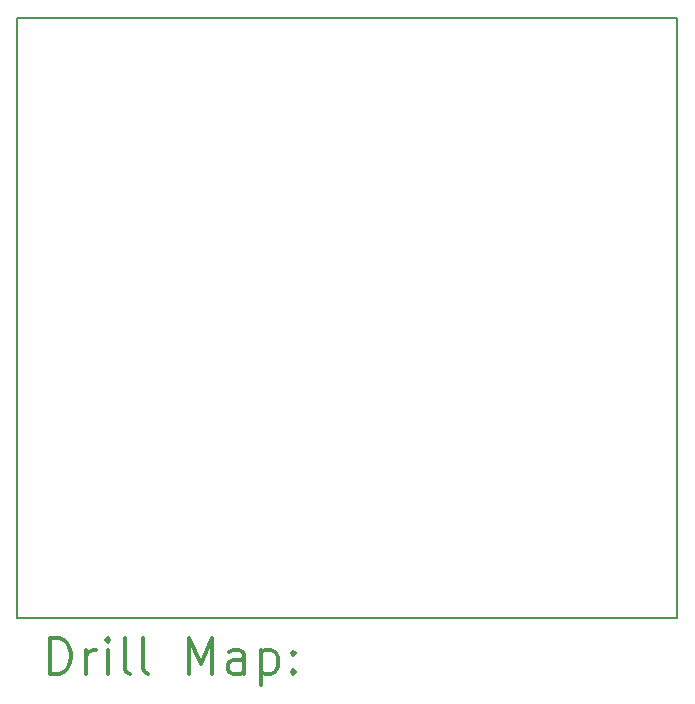
<source format=gbr>
%FSLAX45Y45*%
G04 Gerber Fmt 4.5, Leading zero omitted, Abs format (unit mm)*
G04 Created by KiCad (PCBNEW (5.0.0)) date 08/29/18 20:23:03*
%MOMM*%
%LPD*%
G01*
G04 APERTURE LIST*
%ADD10C,0.150000*%
%ADD11C,0.200000*%
%ADD12C,0.300000*%
G04 APERTURE END LIST*
D10*
X10414000Y-6350000D02*
X4826000Y-6350000D01*
X10414000Y-11430000D02*
X10414000Y-6350000D01*
X4826000Y-11430000D02*
X10414000Y-11430000D01*
X4826000Y-6350000D02*
X4826000Y-11430000D01*
D11*
D12*
X5104928Y-11903214D02*
X5104928Y-11603214D01*
X5176357Y-11603214D01*
X5219214Y-11617500D01*
X5247786Y-11646071D01*
X5262071Y-11674643D01*
X5276357Y-11731786D01*
X5276357Y-11774643D01*
X5262071Y-11831786D01*
X5247786Y-11860357D01*
X5219214Y-11888929D01*
X5176357Y-11903214D01*
X5104928Y-11903214D01*
X5404928Y-11903214D02*
X5404928Y-11703214D01*
X5404928Y-11760357D02*
X5419214Y-11731786D01*
X5433500Y-11717500D01*
X5462071Y-11703214D01*
X5490643Y-11703214D01*
X5590643Y-11903214D02*
X5590643Y-11703214D01*
X5590643Y-11603214D02*
X5576357Y-11617500D01*
X5590643Y-11631786D01*
X5604928Y-11617500D01*
X5590643Y-11603214D01*
X5590643Y-11631786D01*
X5776357Y-11903214D02*
X5747786Y-11888929D01*
X5733500Y-11860357D01*
X5733500Y-11603214D01*
X5933500Y-11903214D02*
X5904928Y-11888929D01*
X5890643Y-11860357D01*
X5890643Y-11603214D01*
X6276357Y-11903214D02*
X6276357Y-11603214D01*
X6376357Y-11817500D01*
X6476357Y-11603214D01*
X6476357Y-11903214D01*
X6747786Y-11903214D02*
X6747786Y-11746071D01*
X6733500Y-11717500D01*
X6704928Y-11703214D01*
X6647786Y-11703214D01*
X6619214Y-11717500D01*
X6747786Y-11888929D02*
X6719214Y-11903214D01*
X6647786Y-11903214D01*
X6619214Y-11888929D01*
X6604928Y-11860357D01*
X6604928Y-11831786D01*
X6619214Y-11803214D01*
X6647786Y-11788929D01*
X6719214Y-11788929D01*
X6747786Y-11774643D01*
X6890643Y-11703214D02*
X6890643Y-12003214D01*
X6890643Y-11717500D02*
X6919214Y-11703214D01*
X6976357Y-11703214D01*
X7004928Y-11717500D01*
X7019214Y-11731786D01*
X7033500Y-11760357D01*
X7033500Y-11846071D01*
X7019214Y-11874643D01*
X7004928Y-11888929D01*
X6976357Y-11903214D01*
X6919214Y-11903214D01*
X6890643Y-11888929D01*
X7162071Y-11874643D02*
X7176357Y-11888929D01*
X7162071Y-11903214D01*
X7147786Y-11888929D01*
X7162071Y-11874643D01*
X7162071Y-11903214D01*
X7162071Y-11717500D02*
X7176357Y-11731786D01*
X7162071Y-11746071D01*
X7147786Y-11731786D01*
X7162071Y-11717500D01*
X7162071Y-11746071D01*
M02*

</source>
